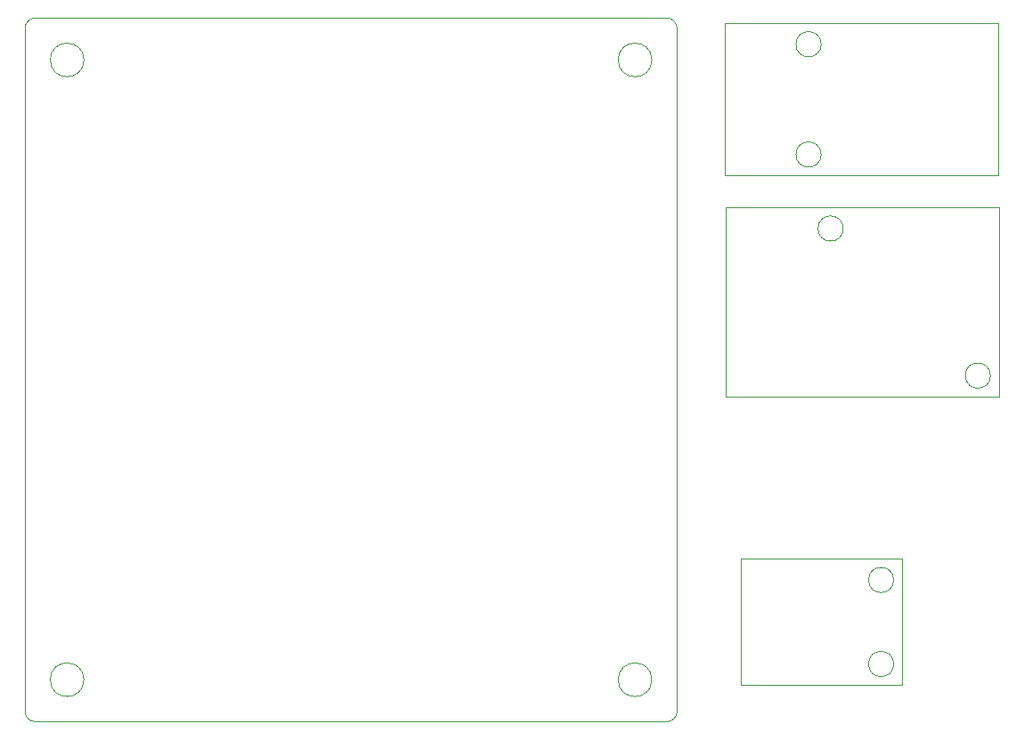
<source format=gbr>
G04 #@! TF.GenerationSoftware,KiCad,Pcbnew,(5.1.4)-1*
G04 #@! TF.CreationDate,2019-11-14T13:23:43+09:00*
G04 #@! TF.ProjectId,BT_speaker,42545f73-7065-4616-9b65-722e6b696361,rev?*
G04 #@! TF.SameCoordinates,Original*
G04 #@! TF.FileFunction,Profile,NP*
%FSLAX46Y46*%
G04 Gerber Fmt 4.6, Leading zero omitted, Abs format (unit mm)*
G04 Created by KiCad (PCBNEW (5.1.4)-1) date 2019-11-14 13:23:43*
%MOMM*%
%LPD*%
G04 APERTURE LIST*
%ADD10C,0.120000*%
G04 APERTURE END LIST*
D10*
X126600000Y-107500000D02*
G75*
G03X126600000Y-107500000I-1200000J0D01*
G01*
X126600000Y-99500000D02*
G75*
G03X126600000Y-99500000I-1200000J0D01*
G01*
X127400000Y-109500000D02*
X127400000Y-97500000D01*
X112100000Y-109500000D02*
X127400000Y-109500000D01*
X112100000Y-109500000D02*
X112100000Y-97500000D01*
X112100000Y-97500000D02*
X127400000Y-97500000D01*
X135800000Y-80050000D02*
G75*
G03X135800000Y-80050000I-1200000J0D01*
G01*
X121800000Y-66050000D02*
G75*
G03X121800000Y-66050000I-1200000J0D01*
G01*
X136600000Y-64050000D02*
X136600000Y-82050000D01*
X110600000Y-64050000D02*
X110600000Y-82050000D01*
X110600000Y-82050000D02*
X136600000Y-82050000D01*
X110600000Y-64050000D02*
X136600000Y-64050000D01*
X110500000Y-61000000D02*
X136500000Y-61000000D01*
X49600000Y-109000000D02*
G75*
G03X49600000Y-109000000I-1600000J0D01*
G01*
X49600000Y-50000000D02*
G75*
G03X49600000Y-50000000I-1600000J0D01*
G01*
X103600000Y-50000000D02*
G75*
G03X103600000Y-50000000I-1600000J0D01*
G01*
X119700000Y-48500000D02*
G75*
G03X119700000Y-48500000I-1200000J0D01*
G01*
X119700000Y-59000000D02*
G75*
G03X119700000Y-59000000I-1200000J0D01*
G01*
X110500000Y-46500000D02*
X110500000Y-61000000D01*
X110500000Y-46500000D02*
X136500000Y-46500000D01*
X136500000Y-46500000D02*
X136500000Y-61000000D01*
X105000000Y-46000000D02*
G75*
G02X106000000Y-47000000I0J-1000000D01*
G01*
X106000000Y-112000000D02*
G75*
G02X105000000Y-113000000I-1000000J0D01*
G01*
X45000000Y-113000000D02*
G75*
G02X44000000Y-112000000I0J1000000D01*
G01*
X44000000Y-47000000D02*
G75*
G02X45000000Y-46000000I1000000J0D01*
G01*
X103600000Y-109000000D02*
G75*
G03X103600000Y-109000000I-1600000J0D01*
G01*
X44000000Y-112000000D02*
X44000000Y-47000000D01*
X105000000Y-113000000D02*
X45000000Y-113000000D01*
X106000000Y-47000000D02*
X106000000Y-112000000D01*
X45000000Y-46000000D02*
X105000000Y-46000000D01*
M02*

</source>
